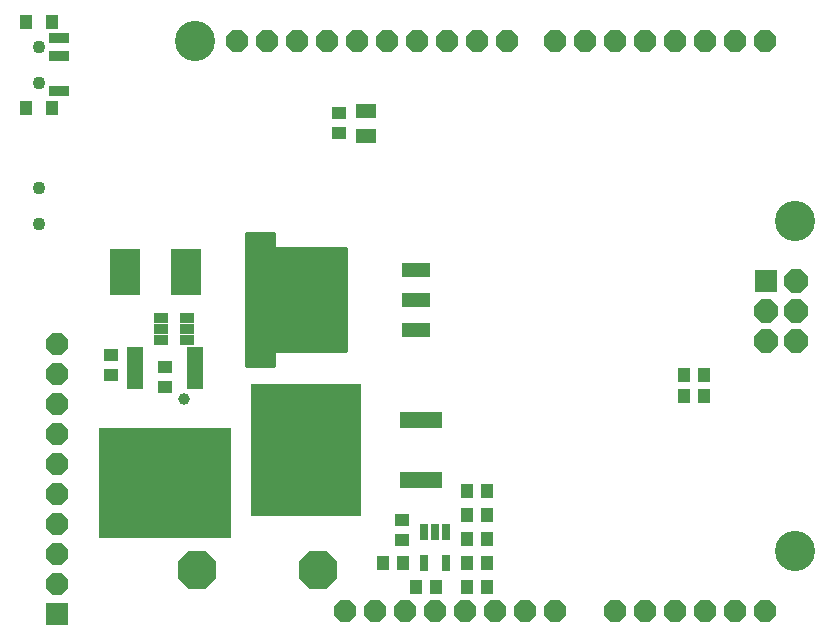
<source format=gbs>
G75*
G70*
%OFA0B0*%
%FSLAX24Y24*%
%IPPOS*%
%LPD*%
%AMOC8*
5,1,8,0,0,1.08239X$1,22.5*
%
%ADD10OC8,0.0740*%
%ADD11OC8,0.0780*%
%ADD12R,0.0780X0.0780*%
%ADD13C,0.1340*%
%ADD14R,0.0930X0.0500*%
%ADD15C,0.0100*%
%ADD16R,0.1045X0.1537*%
%ADD17R,0.1430X0.0580*%
%ADD18R,0.3700X0.4400*%
%ADD19R,0.0680X0.0460*%
%ADD20R,0.0500X0.0430*%
%ADD21C,0.0434*%
%ADD22OC8,0.0730*%
%ADD23R,0.0730X0.0730*%
%ADD24R,0.0671X0.0356*%
%ADD25R,0.0395X0.0474*%
%ADD26R,0.0497X0.0336*%
%ADD27R,0.0580X0.1430*%
%ADD28R,0.4400X0.3700*%
%ADD29OC8,0.1290*%
%ADD30C,0.0395*%
%ADD31R,0.0430X0.0500*%
%ADD32R,0.0300X0.0580*%
D10*
X012971Y001500D03*
X013971Y001500D03*
X014971Y001500D03*
X015971Y001500D03*
X016971Y001500D03*
X017971Y001500D03*
X018971Y001500D03*
X019971Y001500D03*
X021971Y001500D03*
X022971Y001500D03*
X023971Y001500D03*
X024971Y001500D03*
X025971Y001500D03*
X026971Y001500D03*
X026971Y020500D03*
X025971Y020500D03*
X024971Y020500D03*
X023971Y020500D03*
X022971Y020500D03*
X021971Y020500D03*
X020971Y020500D03*
X019971Y020500D03*
X018371Y020500D03*
X017371Y020500D03*
X016371Y020500D03*
X015371Y020500D03*
X014371Y020500D03*
X013371Y020500D03*
X012371Y020500D03*
X011371Y020500D03*
X010371Y020500D03*
X009371Y020500D03*
D11*
X027021Y011500D03*
X028021Y011500D03*
X028021Y010500D03*
X027021Y010500D03*
X028021Y012500D03*
D12*
X027021Y012500D03*
D13*
X027971Y014500D03*
X027971Y003500D03*
X007971Y020500D03*
D14*
X015351Y012875D03*
X015351Y011875D03*
X015351Y010875D03*
D15*
X012996Y010843D02*
X009671Y010843D01*
X009671Y010941D02*
X012996Y010941D01*
X012996Y011040D02*
X009671Y011040D01*
X009671Y011138D02*
X012996Y011138D01*
X012996Y011237D02*
X009671Y011237D01*
X009671Y011335D02*
X012996Y011335D01*
X012996Y011434D02*
X009671Y011434D01*
X009671Y011532D02*
X012996Y011532D01*
X012996Y011631D02*
X009671Y011631D01*
X009671Y011729D02*
X012996Y011729D01*
X012996Y011828D02*
X009671Y011828D01*
X009671Y011926D02*
X012996Y011926D01*
X012996Y012025D02*
X009671Y012025D01*
X009671Y012123D02*
X012996Y012123D01*
X012996Y012222D02*
X009671Y012222D01*
X009671Y012320D02*
X012996Y012320D01*
X012996Y012419D02*
X009671Y012419D01*
X009671Y012517D02*
X012996Y012517D01*
X012996Y012616D02*
X009671Y012616D01*
X009671Y012714D02*
X012996Y012714D01*
X012996Y012813D02*
X009671Y012813D01*
X009671Y012911D02*
X012996Y012911D01*
X012996Y013010D02*
X009671Y013010D01*
X009671Y013108D02*
X012996Y013108D01*
X012996Y013207D02*
X009671Y013207D01*
X009671Y013305D02*
X012996Y013305D01*
X012996Y013404D02*
X009671Y013404D01*
X009671Y013502D02*
X012996Y013502D01*
X012996Y013600D02*
X012996Y010150D01*
X010621Y010150D01*
X010621Y009650D01*
X009671Y009650D01*
X009671Y014100D01*
X010621Y014100D01*
X010621Y013600D01*
X012996Y013600D01*
X010621Y013601D02*
X009671Y013601D01*
X009671Y013699D02*
X010621Y013699D01*
X010621Y013798D02*
X009671Y013798D01*
X009671Y013896D02*
X010621Y013896D01*
X010621Y013995D02*
X009671Y013995D01*
X009671Y014093D02*
X010621Y014093D01*
X009671Y010744D02*
X012996Y010744D01*
X012996Y010646D02*
X009671Y010646D01*
X009671Y010547D02*
X012996Y010547D01*
X012996Y010449D02*
X009671Y010449D01*
X009671Y010350D02*
X012996Y010350D01*
X012996Y010252D02*
X009671Y010252D01*
X009671Y010153D02*
X012996Y010153D01*
X010621Y010055D02*
X009671Y010055D01*
X009671Y009956D02*
X010621Y009956D01*
X010621Y009858D02*
X009671Y009858D01*
X009671Y009759D02*
X010621Y009759D01*
X010621Y009661D02*
X009671Y009661D01*
D16*
X007685Y012800D03*
X005658Y012800D03*
D17*
X015526Y007850D03*
X015526Y005850D03*
D18*
X011671Y006850D03*
D19*
X013671Y017340D03*
X013671Y018160D03*
D20*
X012771Y018090D03*
X012771Y017410D03*
X005171Y010040D03*
X005171Y009360D03*
X006971Y009640D03*
X006971Y008960D03*
X014871Y004540D03*
X014871Y003860D03*
D21*
X002771Y014409D03*
X002771Y015591D03*
X002771Y019109D03*
X002771Y020291D03*
D22*
X003371Y010400D03*
X003371Y009400D03*
X003371Y008400D03*
X003371Y007400D03*
X003371Y006400D03*
X003371Y005400D03*
X003371Y004400D03*
X003371Y003400D03*
X003371Y002400D03*
D23*
X003371Y001400D03*
D24*
X003460Y018814D03*
X003460Y019995D03*
X003460Y020586D03*
D25*
X003205Y021137D03*
X002338Y021137D03*
X002338Y018263D03*
X003205Y018263D03*
D26*
X006838Y011274D03*
X006838Y010900D03*
X006838Y010526D03*
X007705Y010526D03*
X007705Y010900D03*
X007705Y011274D03*
D27*
X007971Y009605D03*
X005971Y009605D03*
D28*
X006971Y005750D03*
D29*
X008059Y002860D03*
X012084Y002860D03*
D30*
X007621Y008550D03*
D31*
X014231Y003100D03*
X014911Y003100D03*
X015331Y002300D03*
X016011Y002300D03*
X017031Y002300D03*
X017711Y002300D03*
X017711Y003100D03*
X017031Y003100D03*
X017031Y003900D03*
X017711Y003900D03*
X017711Y004700D03*
X017031Y004700D03*
X017031Y005500D03*
X017711Y005500D03*
X024281Y008650D03*
X024961Y008650D03*
X024961Y009350D03*
X024281Y009350D03*
D32*
X016341Y004110D03*
X015971Y004110D03*
X015601Y004110D03*
X015601Y003090D03*
X016341Y003090D03*
M02*

</source>
